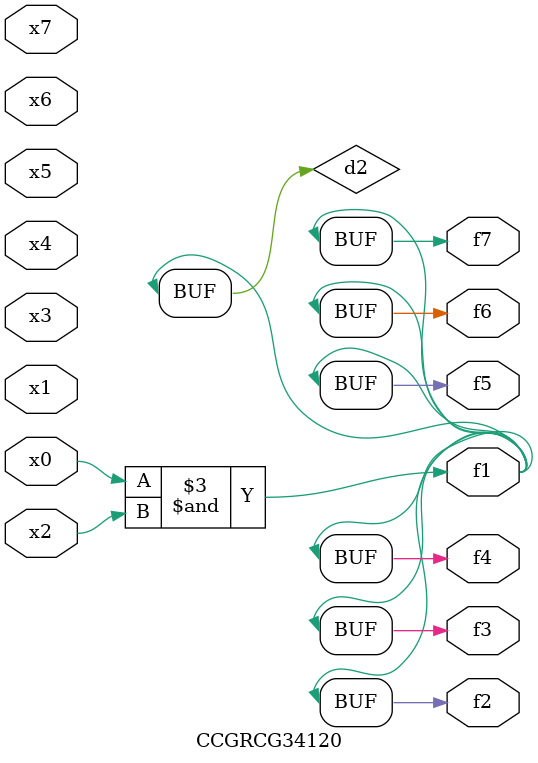
<source format=v>
module CCGRCG34120(
	input x0, x1, x2, x3, x4, x5, x6, x7,
	output f1, f2, f3, f4, f5, f6, f7
);

	wire d1, d2;

	nor (d1, x3, x6);
	and (d2, x0, x2);
	assign f1 = d2;
	assign f2 = d2;
	assign f3 = d2;
	assign f4 = d2;
	assign f5 = d2;
	assign f6 = d2;
	assign f7 = d2;
endmodule

</source>
